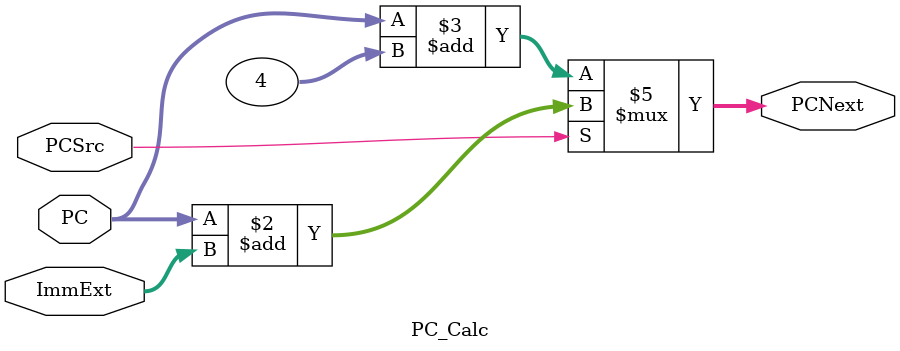
<source format=v>
module PC_Calc
    #(parameter n = 32)
    (
        input [n-1:0] ImmExt, PC,
        input PCSrc,
        output reg [n-1:0] PCNext
    );

    always @(*) begin
        if (PCSrc) begin
            PCNext <= PC + ImmExt;            
        end
        else begin
            PCNext <= PC + 32'd4;
        end
    end
endmodule

</source>
